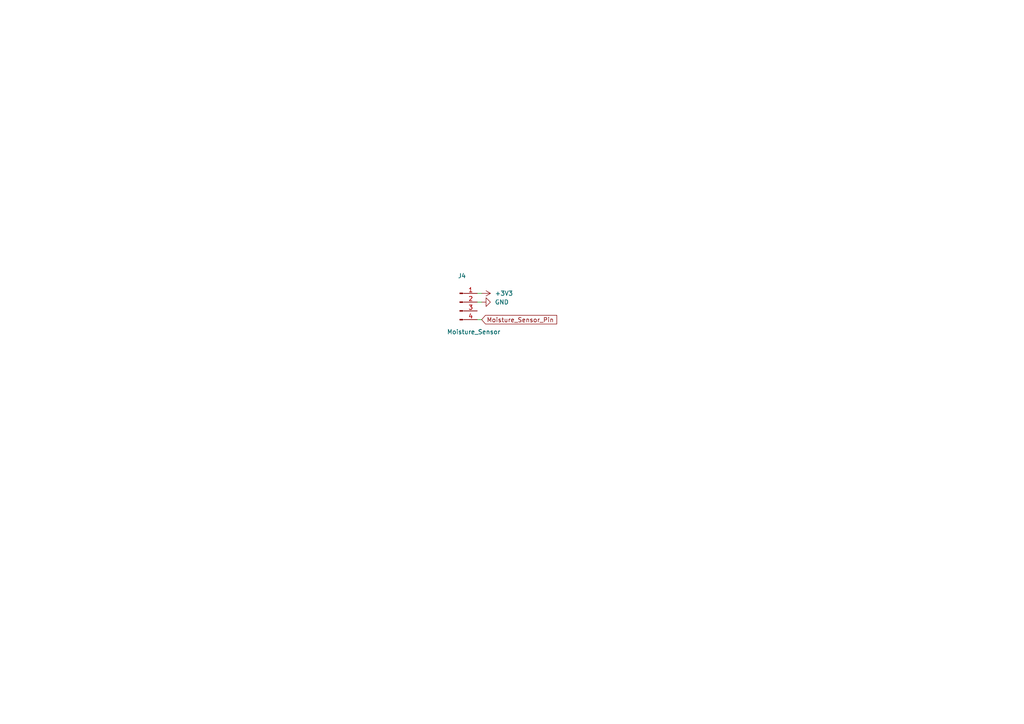
<source format=kicad_sch>
(kicad_sch (version 20231120) (generator "eeschema") (generator_version "8.0")
  (paper "A4")
  (lib_symbols
    (symbol "Connector:Conn_01x04_Male" (pin_names (offset 1.016) hide)
      (property "Reference" "J" (at 0 5.08 0))
      (property "Value" "Conn_01x04_Male" (at 0 -7.62 0))
      (symbol "Conn_01x04_Male_1_1"
        (polyline (pts (xy 1.27 -5.08) (xy 0.8636 -5.08)) (stroke (width 0.1524)))
        (polyline (pts (xy 1.27 -2.54) (xy 0.8636 -2.54)) (stroke (width 0.1524)))
        (polyline (pts (xy 1.27 0) (xy 0.8636 0)) (stroke (width 0.1524)))
        (polyline (pts (xy 1.27 2.54) (xy 0.8636 2.54)) (stroke (width 0.1524)))
        (rectangle (start 0.8636 -4.953) (end 0 -5.207) (stroke (width 0.1524)) (fill (type outline)))
        (rectangle (start 0.8636 -2.413) (end 0 -2.667) (stroke (width 0.1524)) (fill (type outline)))
        (rectangle (start 0.8636 0.127) (end 0 -0.127) (stroke (width 0.1524)) (fill (type outline)))
        (rectangle (start 0.8636 2.667) (end 0 2.413) (stroke (width 0.1524)) (fill (type outline)))
        (pin passive line (at 5.08 2.54 180) (length 3.81) (name "Pin_1") (number "1"))
        (pin passive line (at 5.08 0 180) (length 3.81) (name "Pin_2") (number "2"))
        (pin passive line (at 5.08 -2.54 180) (length 3.81) (name "Pin_3") (number "3"))
        (pin passive line (at 5.08 -5.08 180) (length 3.81) (name "Pin_4") (number "4"))
      )
    )
    (symbol "power:+3V3" (power) (pin_names (offset 0))
      (property "Value" "+3V3" (at 0 3.556 0))
      (symbol "+3V3_0_1"
        (polyline (pts (xy -0.762 1.27) (xy 0 2.54)))
        (polyline (pts (xy 0 0) (xy 0 2.54)))
        (polyline (pts (xy 0 2.54) (xy 0.762 1.27)))
      )
      (symbol "+3V3_1_1"
        (pin power_in line (at 0 0 90) (length 0) hide (name "+3V3") (number "1"))
      )
    )
    (symbol "power:GND" (power) (pin_names (offset 0))
      (property "Value" "GND" (at 0 -3.81 0))
      (symbol "GND_0_1"
        (polyline (pts (xy 0 0) (xy 0 -1.27) (xy 1.27 -1.27) (xy 0 -2.54) (xy -1.27 -1.27) (xy 0 -1.27)))
      )
      (symbol "GND_1_1"
        (pin power_in line (at 0 0 270) (length 0) hide (name "GND") (number "1"))
      )
    )
  )
  (wire (pts (xy 138.43 85.09) (xy 139.7 85.09)))
  (wire (pts (xy 138.43 87.63) (xy 139.7 87.63)))
  (wire (pts (xy 138.43 92.71) (xy 139.7 92.71)))
  (global_label "Moisture_Sensor_Pin" (shape input) (at 139.7 92.71 0) (property "Intersheetrefs" "${INTERSHEET_REFS}" (effects (hide yes))))
  (symbol (lib_id "Connector:Conn_01x04_Male") (at 133.35 87.63 0) (unit 1)
    (property "Reference" "J4" (at 133.985 80.01 0))
    (property "Value" "Moisture_Sensor" (at 137.414 96.266 0))
    (property "Footprint" "Connector_PinHeader_2.54mm:PinHeader_1x04_P2.54mm_Vertical" (effects (hide yes)))
    (property "Description" "Generic connector, single row, 01x04, script generated (kicad-library-utils/schlib/autogen/connector/)" (effects (hide yes)))
  )
  (symbol (lib_id "power:GND") (at 139.7 87.63 90) (unit 1)
    (property "Reference" "#PWR18" (effects (hide yes)))
    (property "Value" "GND" (at 143.51 87.6299 90) (effects (justify right)))
    (property "Description" "Power symbol creates a global label with name \"GND\" , ground" (effects (hide yes)))
  )
  (symbol (lib_id "power:+3V3") (at 139.7 85.09 270) (unit 1)
    (property "Reference" "#PWR17" (effects (hide yes)))
    (property "Value" "+3V3" (at 143.51 85.0899 90) (effects (justify left)))
    (property "Description" "Power symbol creates a global label with name \"+3V3\"" (effects (hide yes)))
  )
)
</source>
